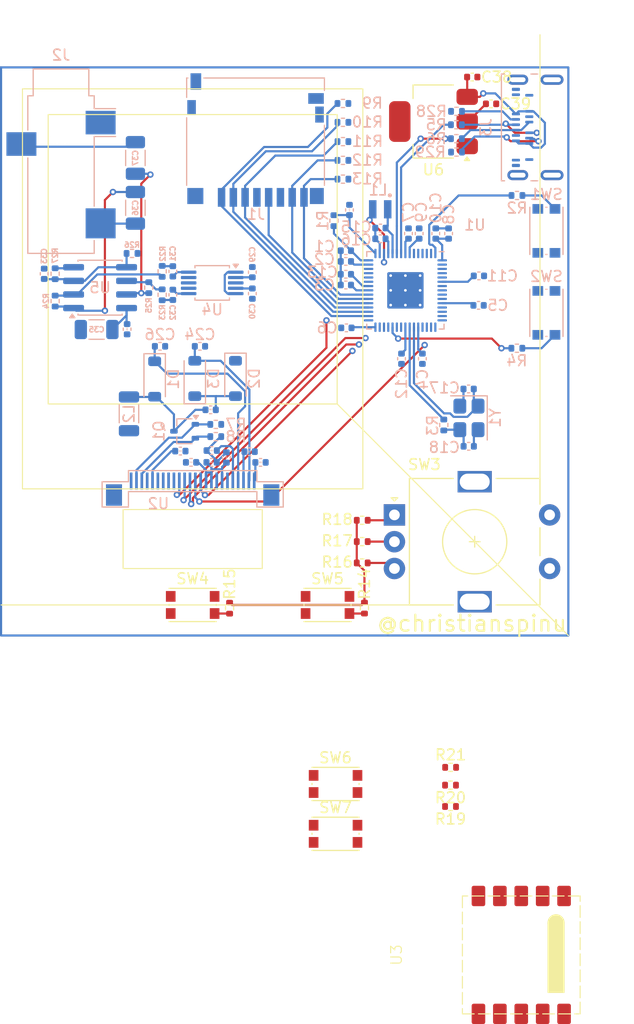
<source format=kicad_pcb>
(kicad_pcb (version 20241229) (generator "pcbnew") (generator_version "9.0")
  (layers (0 "F.Cu" signal) (2 "B.Cu" signal) (13 "F.Paste" user) (15 "B.Paste" user) (5 "F.SilkS" user "F.Silkscreen") (7 "B.SilkS" user "B.Silkscreen") (1 "F.Mask" user) (3 "B.Mask" user) (25 "Edge.Cuts" user))
  (net 0 "")
  (net 1 "+3.3V")
  (net 2 "GND")
  (net 3 "+1V1")
  (net 4 "Net-(U1-VREG_AVDD)")
  (net 5 "Net-(U1-XIN)")
  (net 6 "Net-(C18-Pad1)")
  (net 7 "Net-(U2-VSH2)")
  (net 8 "Net-(U2-VSH1)")
  (net 9 "Net-(U2-VSL)")
  (net 10 "/peripherals/VGL")
  (net 11 "/peripherals/VCOM")
  (net 12 "/peripherals/VGH")
  (net 13 "Net-(D1-A)")
  (net 14 "Net-(D2-A)")
  (net 15 "/peripherals/PI_LOUT")
  (net 16 "Net-(C29-Pad2)")
  (net 17 "/peripherals/PI_ROUT")
  (net 18 "Net-(C30-Pad2)")
  (net 19 "/peripherals/AMP_LIN")
  (net 20 "Net-(C31-Pad2)")
  (net 21 "/peripherals/AMP_RIN")
  (net 22 "Net-(C32-Pad2)")
  (net 23 "Net-(U5A-+)")
  (net 24 "Net-(C36-Pad1)")
  (net 25 "/peripherals/AMP_LOUT")
  (net 26 "Net-(C37-Pad1)")
  (net 27 "/peripherals/AMP_ROUT")
  (net 28 "/GP21")
  (net 29 "/GP20")
  (net 30 "/GP23")
  (net 31 "/GP25")
  (net 32 "/GP24")
  (net 33 "/GP22")
  (net 34 "+5V")
  (net 35 "/USB_D-")
  (net 36 "Net-(J3-CC2)")
  (net 37 "/USB_D+")
  (net 38 "Net-(J3-CC1)")
  (net 39 "Net-(U1-VREG_LX)")
  (net 40 "/peripherals/RESE")
  (net 41 "/peripherals/GDR")
  (net 42 "Net-(U1-QSPI_SS)")
  (net 43 "Net-(R2-Pad2)")
  (net 44 "Net-(U1-XOUT)")
  (net 45 "Net-(R4-Pad2)")
  (net 46 "Net-(U1-RUN)")
  (net 47 "Net-(U1-USB_DP)")
  (net 48 "Net-(U1-USB_DM)")
  (net 49 "/peripherals/SW4")
  (net 50 "/peripherals/SW3")
  (net 51 "/peripherals/RE_B")
  (net 52 "/peripherals/RE_C")
  (net 53 "/peripherals/RE_A")
  (net 54 "/peripherals/SW1")
  (net 55 "/peripherals/SW2")
  (net 56 "/peripherals/RE_SW")
  (net 57 "Net-(U5A--)")
  (net 58 "Net-(U5B--)")
  (net 94 "/peripherals/RES")
  (net 95 "/peripherals/BUSY")
  (net 96 "/peripherals/CS")
  (net 97 "/peripherals/CLK")
  (net 98 "/peripherals/SDI")
  (net 100 "/peripherals/D{slash}C")
  (net 101 "/peripherals/FM_LOUT")
  (net 103 "/peripherals/FM_ROUT")
  (net 104 "/peripherals/FM_SDA")
  (net 105 "/peripherals/FM_ANT")
  (net 106 "/peripherals/FM_SCL")
  (net 109 "/peripherals/AUDIO_SEL")
  (footprint "USER Library:RDA5807M module" (layer "F.Cu") (at 123.5 140.45 90)
    (property "Reference" "U3")
    (property "Value" "~")
  )
  (footprint "Capacitor_SMD:C_0402_1005Metric" (layer "F.Cu") (at 120.68 61.05)
    (property "Reference" "C39")
    (property "Value" "10u")
  )
  (footprint "Button_Switch_SMD:SW_Push_1P1T_NO_CK_KMR2" (layer "F.Cu") (at 106.15 124.5)
    (property "Reference" "SW6")
    (property "Value" "SW_Push")
  )
  (footprint "Button_Switch_SMD:SW_Push_1P1T_NO_CK_KMR2" (layer "F.Cu") (at 105.4 107.8)
    (property "Reference" "SW5")
    (property "Value" "SW_Push")
  )
  (footprint "Resistor_SMD:R_0402_1005Metric" (layer "F.Cu") (at 116.9 122.95)
    (property "Reference" "R21")
    (property "Value" "10k")
  )
  (footprint "Resistor_SMD:R_0402_1005Metric" (layer "F.Cu") (at 108.64 99.9 180)
    (property "Reference" "R18")
    (property "Value" "10k")
  )
  (footprint "Resistor_SMD:R_0402_1005Metric" (layer "F.Cu") (at 116.89 126.6 180)
    (property "Reference" "R19")
    (property "Value" "10k")
  )
  (footprint "Resistor_SMD:R_0402_1005Metric" (layer "F.Cu") (at 108.64 101.89 180)
    (property "Reference" "R17")
    (property "Value" "10k")
  )
  (footprint "Resistor_SMD:R_0402_1005Metric" (layer "F.Cu") (at 96.25 108.1 90)
    (property "Reference" "R15")
    (property "Value" "10k")
  )
  (footprint "Package_TO_SOT_SMD:SOT-223-3_TabPin2" (layer "F.Cu") (at 115.3 62.7 180)
    (property "Reference" "U6")
    (property "Value" "NCP1117-3.3_SOT223")
  )
  (footprint "Button_Switch_SMD:SW_Push_1P1T_NO_CK_KMR2" (layer "F.Cu") (at 92.8 107.8)
    (property "Reference" "SW4")
    (property "Value" "SW_Push")
  )
  (footprint "Resistor_SMD:R_0402_1005Metric" (layer "F.Cu") (at 108.64 103.88 180)
    (property "Reference" "R16")
    (property "Value" "10k")
  )
  (footprint "Rotary_Encoder:RotaryEncoder_Alps_EC11E-Switch_Vertical_H20mm" (layer "F.Cu") (at 111.65 99.4)
    (property "Reference" "SW3")
    (property "Value" "RotaryEncoder_Switch_MP")
  )
  (footprint "Resistor_SMD:R_0402_1005Metric" (layer "F.Cu") (at 108.85 108.09 90)
    (property "Reference" "R14")
    (property "Value" "10k")
  )
  (footprint "Capacitor_SMD:C_0402_1005Metric" (layer "F.Cu") (at 118.92 58.55)
    (property "Reference" "C38")
    (property "Value" "10u")
  )
  (footprint "Button_Switch_SMD:SW_Push_1P1T_NO_CK_KMR2" (layer "F.Cu") (at 106.15 129.15)
    (property "Reference" "SW7")
    (property "Value" "SW_Push")
  )
  (footprint "Resistor_SMD:R_0402_1005Metric" (layer "F.Cu") (at 116.89 124.61 180)
    (property "Reference" "R20")
    (property "Value" "10k")
  )
  (footprint "Resistor_SMD:R_0402_1005Metric" (layer "B.Cu") (at 116.2625 91.01 -90)
    (property "Reference" "R3")
    (property "Value" "1k")
  )
  (footprint "Capacitor_SMD:C_0402_1005Metric" (layer "B.Cu") (at 107.1125 76.95 180)
    (property "Reference" "C13")
    (property "Value" "100n")
  )
  (footprint "Capacitor_SMD:C_0402_1005Metric" (layer "B.Cu") (at 98.375 76.755 -90)
    (property "Reference" "C29")
    (property "Value" "1u")
  )
  (footprint "Resistor_SMD:R_0402_1005Metric" (layer "B.Cu") (at 94.96 92.095)
    (property "Reference" "R8")
    (property "Value" "3")
  )
  (footprint "RP2350_60QFN_minimal:RP2350-QFN-60-1EP_7x7_P0.4mm_EP3.4x3.4mm_ThermalVias" (layer "B.Cu") (at 112.675 78.45 180)
    (property "Reference" "U1")
    (property "Value" "RP2350_60QFN")
  )
  (footprint "Connector_USB:USB_C_Receptacle_Amphenol_124019772112A" (layer "B.Cu") (at 126.2 63.25 -90)
    (property "Reference" "J3")
    (property "Value" "USB_C_Receptacle_USB2.0_14P")
  )
  (footprint "Resistor_SMD:R_0402_1005Metric" (layer "B.Cu") (at 79.95 79.45 -90)
    (property "Reference" "R24")
    (property "Value" "3.9k")
  )
  (footprint "Capacitor_SMD:C_0402_1005Metric" (layer "B.Cu") (at 86.675 82.075 -90)
    (property "Reference" "C34")
    (property "Value" "0.1u")
  )
  (footprint "Resistor_SMD:R_0402_1005Metric" (layer "B.Cu") (at 106.84 66.325)
    (property "Reference" "R12")
    (property "Value" "10k")
  )
  (footprint "Resistor_SMD:R_0402_1005Metric" (layer "B.Cu") (at 106.84 62.775)
    (property "Reference" "R10")
    (property "Value" "10k")
  )
  (footprint "Capacitor_SMD:C_0402_1005Metric" (layer "B.Cu") (at 94.48 89.595 180)
    (property "Reference" "C28")
    (property "Value" "4.7u")
  )
  (footprint "Capacitor_SMD:C_0402_1005Metric" (layer "B.Cu") (at 91.65 93.445)
    (property "Reference" "C19")
    (property "Value" "1u")
  )
  (footprint "Resistor_SMD:R_0402_1005Metric" (layer "B.Cu") (at 117.45 61.75 180)
    (property "Reference" "R28")
    (property "Value" "5k1")
  )
  (footprint "Capacitor_SMD:C_1206_3216Metric" (layer "B.Cu") (at 87.45 70.75 -90)
    (property "Reference" "C36")
    (property "Value" "100u")
  )
  (footprint "RP2350_60QFN_minimal:L_pol_2016" (layer "B.Cu") (at 110.3225 70.8875 180)
    (property "Reference" "L1")
    (property "Value" "3.3u")
  )
  (footprint "Resistor_SMD:R_0402_1005Metric" (layer "B.Cu") (at 106.84 68.075)
    (property "Reference" "R13")
    (property "Value" "10k")
  )
  (footprint "Capacitor_SMD:C_1206_3216Metric" (layer "B.Cu") (at 87.45 66.1 90)
    (property "Reference" "C37")
    (property "Value" "100u")
  )
  (footprint "Capacitor_SMD:C_0402_1005Metric" (layer "B.Cu") (at 107.45 70.95 90)
    (property "Reference" "C14")
    (property "Value" "4.7u")
  )
  (footprint "Resistor_SMD:R_0402_1005Metric" (layer "B.Cu") (at 89.949 76.677824 90)
    (property "Reference" "R22")
    (property "Value" "3.9k")
  )
  (footprint "Capacitor_SMD:C_0402_1005Metric" (layer "B.Cu") (at 94.57 94.495)
    (property "Reference" "C20")
    (property "Value" "1u")
  )
  (footprint "Resistor_SMD:R_0402_1005Metric" (layer "B.Cu") (at 94.96 90.955)
    (property "Reference" "R7")
    (property "Value" "10k")
  )
  (footprint "Capacitor_SMD:C_0402_1005Metric" (layer "B.Cu") (at 112.3125 84.83 -90)
    (property "Reference" "C12")
    (property "Value" "4.7u")
  )
  (footprint "Resistor_SMD:R_0402_1005Metric" (layer "B.Cu") (at 117.44 64.3)
    (property "Reference" "R6")
    (property "Value" "27")
  )
  (footprint "Capacitor_SMD:C_0402_1005Metric" (layer "B.Cu") (at 78.925 76.905 90)
    (property "Reference" "C33")
    (property "Value" "22u")
  )
  (footprint "Package_SO:VSSOP-10_3x3mm_P0.5mm" (layer "B.Cu") (at 94.625 77.755 180)
    (property "Reference" "U4")
    (property "Value" "TS5A23159DGS")
  )
  (footprint "Capacitor_SMD:C_0402_1005Metric" (layer "B.Cu") (at 110.3425 72.6375 180)
    (property "Reference" "C15")
    (property "Value" "4.7u")
  )
  (footprint "Resistor_SMD:R_0402_1005Metric" (layer "B.Cu") (at 123.1 69.6)
    (property "Reference" "R2")
    (property "Value" "1k")
  )
  (footprint "Capacitor_SMD:C_0402_1005Metric" (layer "B.Cu") (at 107.1125 74.75 180)
    (property "Reference" "C1")
    (property "Value" "100n")
  )
  (footprint "Capacitor_SMD:C_0402_1005Metric" (layer "B.Cu") (at 119.5425 77.1)
    (property "Reference" "C11")
    (property "Value" "100n")
  )
  (footprint "Resistor_SMD:R_0402_1005Metric" (layer "B.Cu") (at 88.7 78.2 -90)
    (property "Reference" "R25")
    (property "Value" "3.9k")
  )
  (footprint "Resistor_SMD:R_0402_1005Metric" (layer "B.Cu") (at 87.135 75.005 180)
    (property "Reference" "R26")
    (property "Value" "10k")
  )
  (footprint "Capacitor_SMD:C_0402_1005Metric" (layer "B.Cu") (at 107.1625 81.95 180)
    (property "Reference" "C6")
    (property "Value" "100n")
  )
  (footprint "Diode_SMD:D_SOD-123" (layer "B.Cu") (at 89.25 86.72 -90)
    (property "Reference" "D1")
    (property "Value" "MBR0530")
  )
  (footprint "Resistor_SMD:R_0402_1005Metric" (layer "B.Cu") (at 89.949 78.867824 90)
    (property "Reference" "R23")
    (property "Value" "3.9k")
  )
  (footprint "Package_TO_SOT_SMD:SOT-323_SC-70" (layer "B.Cu") (at 92.05 91.595 180)
    (property "Reference" "Q1")
    (property "Value" "Si1308EDL")
  )
  (footprint "Capacitor_SMD:C_0402_1005Metric" (layer "B.Cu") (at 94.58 93.395 180)
    (property "Reference" "C22")
    (property "Value" "1u")
  )
  (footprint "Button_Switch_SMD:SW_Push_1P1T_NO_CK_KMR2" (layer "B.Cu") (at 125.85 80.55 -90)
    (property "Reference" "SW2")
    (property "Value" "SW_Push")
  )
  (footprint "Capacitor_SMD:C_0402_1005Metric" (layer "B.Cu") (at 93.48 83.67)
    (property "Reference" "C24")
    (property "Value" "1u")
  )
  (footprint "Capacitor_SMD:C_0402_1005Metric" (layer "B.Cu") (at 99.14 94.5)
    (property "Reference" "C25")
    (property "Value" "1u")
  )
  (footprint "Package_SO:SOIC-8_3.9x4.9mm_P1.27mm" (layer "B.Cu") (at 84.15 78.2)
    (property "Reference" "U5")
    (property "Value" "TDA1308")
  )
  (footprint "Capacitor_SMD:C_0402_1005Metric" (layer "B.Cu") (at 112.9625 73.15 90)
    (property "Reference" "C7")
    (property "Value" "100n")
  )
  (footprint "Resistor_SMD:R_0402_1005Metric" (layer "B.Cu") (at 117.44 63)
    (property "Reference" "R5")
    (property "Value" "27")
  )
  (footprint "Capacitor_SMD:C_0402_1005Metric" (layer "B.Cu") (at 118.5925 93)
    (property "Reference" "C18")
    (property "Value" "15p")
  )
  (footprint "Capacitor_SMD:C_0402_1005Metric" (layer "B.Cu") (at 90.949 76.677824 90)
    (property "Reference" "C31")
    (property "Value" "1u")
  )
  (footprint "Capacitor_SMD:C_0402_1005Metric" (layer "B.Cu") (at 114.2625 84.83 -90)
    (property "Reference" "C4")
    (property "Value" "100n")
  )
  (footprint "Capacitor_SMD:C_0402_1005Metric" (layer "B.Cu") (at 113.9625 73.15 90)
    (property "Reference" "C9")
    (property "Value" "100n")
  )
  (footprint "Diode_SMD:D_SOD-123" (layer "B.Cu") (at 96.8 86.67 -90)
    (property "Reference" "D2")
    (property "Value" "MBR0530")
  )
  (footprint "Capacitor_SMD:C_0402_1005Metric" (layer "B.Cu") (at 116.7125 73.15 90)
    (property "Reference" "C8")
    (property "Value" "100n")
  )
  (footprint "Diode_SMD:D_SOD-123" (layer "B.Cu") (at 93 86.67 90)
    (property "Reference" "D3")
    (property "Value" "MBR0530")
  )
  (footprint "Capacitor_SMD:C_0402_1005Metric" (layer "B.Cu") (at 119.5125 79.85)
    (property "Reference" "C5")
    (property "Value" "100n")
  )
  (footprint "Capacitor_SMD:C_0402_1005Metric" (layer "B.Cu") (at 89.75 83.67)
    (property "Reference" "C26")
    (property "Value" "1u")
  )
  (footprint "Capacitor_SMD:C_0402_1005Metric" (layer "B.Cu") (at 90.949 78.867824 -90)
    (property "Reference" "C32")
    (property "Value" "1u")
  )
  (footprint "Resistor_SMD:R_0402_1005Metric" (layer "B.Cu") (at 106.84 61.015)
    (property "Reference" "R9")
    (property "Value" "10k")
  )
  (footprint "Crystal:Crystal_SMD_Abracon_ABM8G-4Pin_3.2x2.5mm" (layer "B.Cu") (at 118.6125 90.35 -90)
    (property "Reference" "Y1")
    (property "Value" "Crystal_GND24")
  )
  (footprint "Resistor_SMD:R_0402_1005Metric" (layer "B.Cu") (at 106 71.95 90)
    (property "Reference" "R1")
    (property "Value" "33")
  )
  (footprint "Capacitor_SMD:C_1206_3216Metric" (layer "B.Cu") (at 83.825 82.105 180)
    (property "Reference" "C35")
    (property "Value" "100u")
  )
  (footprint "Resistor_SMD:R_0402_1005Metric" (layer "B.Cu") (at 117.45 65.55 180)
    (property "Reference" "R29")
    (property "Value" "5k1")
  )
  (footprint "Connector_Audio:Jack_3.5mm_CUI_SJ-3523-SMT_Horizontal" (layer "B.Cu") (at 80.5 66.4 180)
    (property "Reference" "J2")
    (property "Value" "AudioJack3")
  )
  (footprint "Button_Switch_SMD:SW_Push_1P1T_NO_CK_KMR2" (layer "B.Cu") (at 125.85 72.9 -90)
    (property "Reference" "SW1")
    (property "Value" "SW_Push")
  )
  (footprint "USER Library:FPC_24_TOP_CONTACTS" (layer "B.Cu") (at 92.8 96.245 180)
    (property "Reference" "U2")
    (property "Value" "~")
  )
  (footprint "Capacitor_SMD:C_0402_1005Metric" (layer "B.Cu") (at 110.3425 73.6375 180)
    (property "Reference" "C16")
    (property "Value" "4.7u")
  )
  (footprint "Capacitor_SMD:C_0402_1005Metric" (layer "B.Cu") (at 92.65 94.495 180)
    (property "Reference" "C27")
    (property "Value" "4.7u")
  )
  (footprint "Resistor_SMD:R_0402_1005Metric" (layer "B.Cu") (at 79.95 76.9 90)
    (property "Reference" "R27")
    (property "Value" "10k")
  )
  (footprint "Capacitor_SMD:C_0402_1005Metric" (layer "B.Cu") (at 107.1125 75.75 180)
    (property "Reference" "C2")
    (property "Value" "100n")
  )
  (footprint "Capacitor_SMD:C_0402_1005Metric" (layer "B.Cu") (at 118.5825 87.65 180)
    (property "Reference" "C17")
    (property "Value" "15p")
  )
  (footprint "Connector_Card:microSD_HC_Hirose_DM3D-SF" (layer "B.Cu") (at 98.675 64.425 180)
    (property "Reference" "J1")
    (property "Value" "Micro_SD_Card")
  )
  (footprint "Capacitor_SMD:C_0402_1005Metric" (layer "B.Cu") (at 107.1125 77.95 180)
    (property "Reference" "C3")
    (property "Value" "100n")
  )
  (footprint "Capacitor_SMD:C_0402_1005Metric" (layer "B.Cu") (at 115.5125 73.15 90)
    (property "Reference" "C10")
    (property "Value" "100n")
  )
  (footprint "Resistor_SMD:R_0402_1005Metric" (layer "B.Cu") (at 123.09 83.85)
    (property "Reference" "R4")
    (property "Value" "1k")
  )
  (footprint "Inductor_SMD:L_1206_3216Metric" (layer "B.Cu") (at 86.85 89.97 90)
    (property "Reference" "L2")
    (property "Value" "10u")
  )
  (footprint "Capacitor_SMD:C_0402_1005Metric" (layer "B.Cu") (at 98.12 93.5)
    (property "Reference" "C23")
    (property "Value" "1u")
  )
  (footprint "Capacitor_SMD:C_0402_1005Metric" (layer "B.Cu") (at 98.375 78.755 90)
    (property "Reference" "C30")
    (property "Value" "1u")
  )
  (footprint "Capacitor_SMD:C_0402_1005Metric" (layer "B.Cu") (at 95.95 94.045 90)
    (property "Reference" "C21")
    (property "Value" "1u")
  )
  (footprint "Resistor_SMD:R_0402_1005Metric" (layer "B.Cu") (at 106.84 64.575)
    (property "Reference" "R11")
    (property "Value" "10k")
  )
  (gr_rect (start 74.9 57.65) (end 127.9 110.65) (stroke (width 0.2)) (fill no) (layer "B.Cu") (net 46))
  (gr_line (start 125.25 96) (end 125.25 54.6) (stroke (width 0.1)) (layer "F.SilkS"))
  (gr_rect (start 86.3 98.9) (end 99.3 104.4) (stroke (width 0.1)) (fill no) (layer "F.SilkS"))
  (gr_line (start 113.05 107.8) (end 74.9 107.8) (stroke (width 0.1)) (layer "F.SilkS"))
  (gr_rect (start 79.3 62.05) (end 106.3 89.05) (stroke (width 0.1)) (fill no) (layer "F.SilkS"))
  (gr_rect (start 76.9 59.65) (end 108.7 96.97) (stroke (width 0.1)) (fill no) (layer "F.SilkS"))
  (gr_line (start 106.3 89.05) (end 127.9 110.65) (stroke (width 0.1)) (layer "F.SilkS"))
  (gr_text "@christianspinu" (at 109.9 110.4 0) (layer "F.SilkS") (effects (font (size 1.5 1.5) (thickness 0.2)) (justify left bottom)))
  (segment (start 108.63 107.8) (end 108.85 107.58) (width 0.2) (layer "F.Cu") (net 1))
  (segment (start 108.85 104.6) (end 108.13 103.88) (width 0.2) (layer "F.Cu") (net 1))
  (segment (start 118.45 62.7) (end 118.55 62.7) (width 0.2) (layer "F.Cu") (net 1))
  (segment (start 108.13 103.88) (end 108.13 101.89) (width 0.2) (layer "F.Cu") (net 1))
  (segment (start 96.46 107.8) (end 108.63 107.8) (width 0.2) (layer "F.Cu") (net 1))
  (segment (start 118.55 62.7) (end 120.2 61.05) (width 0.2) (layer "F.Cu") (net 1))
  (segment (start 96.25 107.59) (end 96.46 107.8) (width 0.2) (layer "F.Cu") (net 1))
  (segment (start 108.13 101.89) (end 108.13 99.9) (width 0.2) (layer "F.Cu") (net 1))
  (segment (start 108.85 107.58) (end 108.85 104.6) (width 0.2) (layer "F.Cu") (net 1))
  (segment (start 86.625 80.78) (end 86.625 80.105) (width 0.2) (layer "B.Cu") (net 1))
  (segment (start 115.5125 73.65) (end 115.5125 73.63) (width 0.2) (layer "B.Cu") (net 1))
  (segment (start 95.55 95.17) (end 95.55 94.925) (width 0.2) (layer "B.Cu") (net 1))
  (segment (start 111.075 75.0125) (end 111.075 73.89) (width 0.2) (layer "B.Cu") (net 1))
  (segment (start 94.05 94.535) (end 94.09 94.495) (width 0.2) (layer "B.Cu") (net 1))
  (segment (start 118.8325 79.65) (end 116.1125 79.65) (width 0.2) (layer "B.Cu") (net 1))
  (segment (start 85.3 82.105) (end 86.625 80.78) (width 0.2) (layer "B.Cu") (net 1))
  (segment (start 93.327 94.495) (end 93.13 94.495) (width 0.2) (layer "B.Cu") (net 1))
  (segment (start 95.55 96.245) (end 95.55 95.17) (width 0.2) (layer "B.Cu") (net 1))
  (segment (start 112.675 75.0125) (end 112.675 73.9175) (width 0.2) (layer "B.Cu") (net 1))
  (segment (start 109.2375 76.05) (end 107.8925 76.05) (width 0.2) (layer "B.Cu") (net 1))
  (segment (start 94.05 95.218) (end 93.327 94.495) (width 0.2) (layer "B.Cu") (net 1))
  (segment (start 95.55 94.925) (end 95.95 94.525) (width 0.2) (layer "B.Cu") (net 1))
  (segment (start 112.675 73.9175) (end 112.9625 73.63) (width 0.2) (layer "B.Cu") (net 1))
  (segment (start 114.2625 84.35) (end 113.875 83.9625) (width 0.2) (layer "B.Cu") (net 1))
  (segment (start 94.05 96.245) (end 94.05 95.445) (width 0.2) (layer "B.Cu") (net 1))
  (segment (start 86.625 80.105) (end 86.625 81.545) (width 0.2) (layer "B.Cu") (net 1))
  (segment (start 94.05 95.445) (end 94.55 95.445) (width 0.2) (layer "B.Cu") (net 1))
  (segment (start 115.5125 73.63) (end 116.1125 74.23) (width 0.2) (layer "B.Cu") (net 1))
  (segment (start 94.55 94.955) (end 94.09 94.495) (width 0.2) (layer "B.Cu") (net 1))
  (segment (start 94.05 95.445) (end 94.05 95.218) (width 0.2) (layer "B.Cu") (net 1))
  (segment (start 86.625 81.545) (end 86.675 81.595) (width 0.2) (layer "B.Cu") (net 1))
  (segment (start 94.55 95.17) (end 94.55 94.955) (width 0.2) (layer "B.Cu") (net 1))
  (segment (start 116.7125 73.63) (end 115.5125 73.63) (width 0.2) (layer "B.Cu") (net 1))
  (segment (start 95.55 95.17) (end 95.524 95.144) (width 0.2) (layer "B.Cu") (net 1))
  (segment (start 86.625 80.105) (end 86.625 80.155) (width 0.2) (layer "B.Cu") (net 1))
  (segment (start 94.576 95.144) (end 94.55 95.17) (width 0.2) (layer "B.Cu") (net 1))
  (segment (start 109.2375 78.45) (end 108.0925 78.45) (width 0.2) (layer "B.Cu") (net 1))
  (segment (start 109.875 81.8875) (end 107.705 81.8875) (width 0.2) (layer "B.Cu") (net 1))
  (segment (start 113.075 74.4375) (end 113.075 75.0125) (width 0.2) (layer "B.Cu") (net 1))
  (segment (start 107.705 81.8875) (end 107.6425 81.95) (width 0.2) (layer "B.Cu") (net 1))
  (segment (start 95.524 95.144) (end 94.576 95.144) (width 0.2) (layer "B.Cu") (net 1))
  (segment (start 106 73.1575) (end 107.5925 74.75) (width 0.2) (layer "B.Cu") (net 1))
  (segment (start 116.1125 74.23) (end 116.1125 75.65) (width 0.2) (layer "B.Cu") (net 1))
  (segment (start 113.875 83.9625) (end 113.875 81.8875) (width 0.2) (layer "B.Cu") (net 1))
  (segment (start 106 72.46) (end 106 73.1575) (width 0.2) (layer "B.Cu") (net 1))
  (segment (start 108.4925 75.65) (end 107.5925 74.75) (width 0.2) (layer "B.Cu") (net 1))
  (segment (start 113.9625 73.63) (end 113.8825 73.63) (width 0.2) (layer "B.Cu") (net 1))
  (segment (start 94.55 95.445) (end 94.55 95.17) (width 0.2) (layer "B.Cu") (net 1))
  (segment (start 113.8825 73.63) (end 113.075 74.4375) (width 0.2) (layer "B.Cu") (net 1))
  (segment (start 109.2375 75.65) (end 108.4925 75.65) (width 0.2) (layer "B.Cu") (net 1))
  (segment (start 111.075 73.89) (end 110.8225 73.6375) (width 0.2) (layer "B.Cu") (net 1))
  (segment (start 107.8925 76.05) (end 107.5925 75.75) (width 0.2) (layer "B.Cu") (net 1))
  (segment (start 108.0925 78.45) (end 107.5925 77.95) (width 0.2) (layer "B.Cu") (net 1))
  (segment (start 86.625 80.155) (end 86.6 80.18) (width 0.2) (layer "B.Cu") (net 1))
  (segment (start 119.0325 79.85) (end 118.8325 79.65) (width 0.2) (layer "B.Cu") (net 1))
  (segment (start 94.55 96.245) (end 94.55 95.445) (width 0.2) (layer "B.Cu") (net 1))
  (segment (start 119.0725 91.84) (end 119.4625 91.45) (width 0.2) (layer "B.Cu") (net 2))
  (segment (start 110.035 72.81) (end 109.8625 72.6375) (width 0.2) (layer "B.Cu") (net 2))
  (segment (start 119.0725 93) (end 119.0725 91.84) (width 0.2) (layer "B.Cu") (net 2))
  (segment (start 110.275 74.05) (end 109.8625 73.6375) (width 0.2) (layer "B.Cu") (net 2))
  (segment (start 106.6325 75.75) (end 106.6325 76.95) (width 0.2) (layer "B.Cu") (net 2))
  (segment (start 118.1025 87.65) (end 118.1025 88.91) (width 0.2) (layer "B.Cu") (net 2))
  (segment (start 106.6325 77.95) (end 106.6325 75.75) (width 0.2) (layer "B.Cu") (net 2))
  (segment (start 106.6325 77.95) (end 106.6325 76.95) (width 0.2) (layer "B.Cu") (net 2))
  (segment (start 119.4625 90.95) (end 119.4625 91.45) (width 0.2) (layer "B.Cu") (net 2))
  (segment (start 95.95 93.565) (end 95.05 94.465) (width 0.2) (layer "B.Cu") (net 2))
  (segment (start 94.1 93.395) (end 95.4 92.095) (width 0.2) (layer "B.Cu") (net 2))
  (segment (start 95.05 94.495) (end 95.05 94.345) (width 0.2) (layer "B.Cu") (net 2))
  (segment (start 118.1025 88.91) (end 117.7625 89.25) (width 0.2) (layer "B.Cu") (net 2))
  (segment (start 110.035 73.81) (end 109.8625 73.6375) (width 0.2) (layer "B.Cu") (net 2))
  (segment (start 95.05 94.465) (end 95.05 94.495) (width 0.2) (layer "B.Cu") (net 2))
  (segment (start 95.05 94.345) (end 94.1 93.395) (width 0.2) (layer "B.Cu") (net 2))
  (segment (start 79.95 76.39) (end 81.58 76.39) (width 0.2) (layer "B.Cu") (net 2))
  (segment (start 115.5125 72.67) (end 116.7125 72.67) (width 0.2) (layer "B.Cu") (net 2))
  (segment (start 110.275 75.0125) (end 110.275 74.05) (width 0.2) (layer "B.Cu") (net 2))
  (segment (start 81.58 76.39) (end 81.675 76.295) (width 0.2) (layer "B.Cu") (net 2))
  (segment (start 95.4 92.095) (end 95.47 92.095) (width 0.2) (layer "B.Cu") (net 2))
  (segment (start 109.8625 73.6375) (end 109.8625 72.6375) (width 0.2) (layer "B.Cu") (net 2))
  (segment (start 106.6325 75.75) (end 106.6325 74.75) (width 0.2) (layer "B.Cu") (net 2))
  (segment (start 108.6925 78.05) (end 107.5925 76.95) (width 0.2) (layer "B.Cu") (net 3))
  (segment (start 118.5125 77.65) (end 116.1125 77.65) (width 0.2) (layer "B.Cu") (net 3))
  (segment (start 119.0625 77.1) (end 118.5125 77.65) (width 0.2) (layer "B.Cu") (net 3))
  (segment (start 112.675 83.9875) (end 112.675 81.8875) (width 0.2) (layer "B.Cu") (net 3))
  (segment (start 111.0225 70.8875) (end 111.0225 72.4375) (width 0.2) (layer "B.Cu") (net 3))
  (segment (start 111.475 75.0125) (end 111.475 73.29) (width 0.2) (layer "B.Cu") (net 3))
  (segment (start 109.2375 78.05) (end 108.6925 78.05) (width 0.2) (layer "B.Cu") (net 3))
  (segment (start 112.3625 84.35) (end 112.1625 84.35) (width 0.2) (layer "B.Cu") (net 3))
  (segment (start 112.3125 84.35) (end 112.675 83.9875) (width 0.2) (layer "B.Cu") (net 3))
  (segment (start 111.0225 72.4375) (end 110.8225 72.6375) (width 0.2) (layer "B.Cu") (net 3))
  (segment (start 111.475 73.29) (end 110.8225 72.6375) (width 0.2) (layer "B.Cu") (net 3))
  (segment (start 109.875 75.0125) (end 107.45 72.5875) (width 0.2) (layer "B.Cu") (net 4))
  (segment (start 106.01 71.43) (end 106 71.44) (width 0.2) (layer "B.Cu") (net 4))
  (segment (start 107.45 72.5875) (end 107.45 71.43) (width 0.2) (layer "B.Cu") (net 4))
  (segment (start 107.45 71.43) (end 106.01 71.43) (width 0.2) (layer "B.Cu") (net 4))
  (segment (start 118.4615 90.251) (end 119.4625 89.25) (width 0.2) (layer "B.Cu") (net 5))
  (segment (start 116.85534 89.929) (end 117.17734 90.251) (width 0.2) (layer "B.Cu") (net 5))
  (segment (start 116.2915 89.929) (end 116.85534 89.929) (width 0.2) (layer "B.Cu") (net 5))
  (segment (start 119.0625 87.65) (end 119.0625 88.85) (width 0.2) (layer "B.Cu") (net 5))
  (segment (start 113.475 81.8875) (end 113.475 87.1125) (width 0.2) (layer "B.Cu") (net 5))
  (segment (start 119.0625 88.85) (end 119.4625 89.25) (width 0.2) (layer "B.Cu") (net 5))
  (segment (start 117.17734 90.251) (end 118.4615 90.251) (width 0.2) (layer "B.Cu") (net 5))
  (segment (start 113.475 87.1125) (end 116.2915 89.929) (width 0.2) (layer "B.Cu") (net 5))
  (segment (start 118.1125 93) (end 118.1125 91.8) (width 0.2) (layer "B.Cu") (net 6))
  (segment (start 118.1125 91.8) (end 117.7625 91.45) (width 0.2) (layer "B.Cu") (net 6))
  (segment (start 117.7125 91.5) (end 117.7625 91.45) (width 0.2) (layer "B.Cu") (net 6))
  (segment (start 117.7625 91.45) (end 116.3325 91.45) (width 0.2) (layer "B.Cu") (net 6))
  (segment (start 118.0625 93.05) (end 118.1125 93) (width 0.2) (layer "B.Cu") (net 6))
  (segment (start 116.3325 91.45) (end 116.2625 91.52) (width 0.2) (layer "B.Cu") (net 6))
  (segment (start 89.05 95.218) (end 90.823 93.445) (width 0.2) (layer "B.Cu") (net 7))
  (segment (start 90.823 93.445) (end 91.17 93.445) (width 0.2) (layer "B.Cu") (net 7))
  (segment (start 89.05 96.245) (end 89.05 95.218) (width 0.2) (layer "B.Cu") (net 7))
  (segment (start 96.561 93.23845) (end 96.561 96.234) (width 0.2) (layer "B.Cu") (net 8))
  (segment (start 96.30655 92.984) (end 96.561 93.23845) (width 0.2) (layer "B.Cu") (net 8))
  (segment (start 96.561 96.234) (end 96.55 96.245) (width 0.2) (layer "B.Cu") (net 8))
  (segment (start 95.471 92.984) (end 96.30655 92.984) (width 0.2) (layer "B.Cu") (net 8))
  (segment (start 95.06 93.395) (end 95.471 92.984) (width 0.2) (layer "B.Cu") (net 8))
  (segment (start 97.55 93.59) (end 97.64 93.5) (width 0.2) (layer "B.Cu") (net 9))
  (segment (start 97.55 96.245) (end 97.559265 96.235735) (width 0.2) (layer "B.Cu") (net 9))
  (segment (start 97.55 96.245) (end 97.55 93.59) (width 0.2) (layer "B.Cu") (net 9))
  (segment (start 95.41721 85.02) (end 93 85.02) (width 0.2) (layer "B.Cu") (net 10))
  (segment (start 98.102 87.70479) (end 95.41721 85.02) (width 0.2) (layer "B.Cu") (net 10))
  (segment (start 98.05 96.245) (end 98.102 96.193) (width 0.2) (layer "B.Cu") (net 10))
  (segment (start 98.102 96.193) (end 98.102 87.70479) (width 0.2) (layer "B.Cu") (net 10))
  (segment (start 93 85.02) (end 93 83.67) (width 0.2) (layer "B.Cu") (net 10))
  (segment (start 98.66 94.5) (end 98.66 96.135) (width 0.2) (layer "B.Cu") (net 11))
  (segment (start 98.66 96.135) (end 98.55 96.245) (width 0.2) (layer "B.Cu") (net 11))
  (segment (start 97.05 89.92011) (end 97.701 89.26911) (width 0.2) (layer "B.Cu") (net 12))
  (segment (start 97.05 96.245) (end 97.05 89.92011) (width 0.2) (layer "B.Cu") (net 12))
  (segment (start 89.25 83.69) (end 89.27 83.67) (width 0.2) (layer "B.Cu") (net 12))
  (segment (start 96.050323 86.220213) (end 90.400213 86.220213) (width 0.2) (layer "B.Cu") (net 12))
  (segment (start 90.400213 86.220213) (end 89.25 85.07) (width 0.2) (layer "B.Cu") (net 12))
  (segment (start 97.701 87.87089) (end 96.050323 86.220213) (width 0.2) (layer "B.Cu") (net 12))
  (segment (start 89.25 85.07) (end 89.25 83.69) (width 0.2) (layer "B.Cu") (net 12))
  (segment (start 97.701 89.26911) (end 97.701 87.87089) (width 0.2) (layer "B.Cu") (net 12))
  (segment (start 89.4 88.37) (end 89.25 88.37) (width 0.2) (layer "B.Cu") (net 13))
  (segment (start 86.85 88.395) (end 89.225 88.395) (width 0.2) (layer "B.Cu") (net 13))
  (segment (start 91.05 91.595) (end 91.05 90.02) (width 0.2) (layer "B.Cu") (net 13))
  (segment (start 94 89.595) (end 93.05 89.595) (width 0.2) (layer "B.Cu") (net 13))
  (segment (start 93.05 89.595) (end 91.05 91.595) (width 0.2) (layer "B.Cu") (net 13))
  (segment (start 91.05 90.02) (end 89.4 88.37) (width 0.2) (layer "B.Cu") (net 13))
  (segment (start 89.225 88.395) (end 89.25 88.37) (width 0.2) (layer "B.Cu") (net 13))
  (segment (start 94.96 89.595) (end 94.96 88.36) (width 0.2) (layer "B.Cu") (net 14))
  (segment (start 96.8 88.32) (end 95 88.32) (width 0.2) (layer "B.Cu") (net 14))
  (segment (start 94.96 88.36) (end 95 88.32) (width 0.2) (layer "B.Cu") (net 14))
  (segment (start 95 88.32) (end 93 88.32) (width 0.2) (layer "B.Cu") (net 14))
  (segment (start 96.845 77.235) (end 96.825 77.255) (width 0.2) (layer "B.Cu") (net 16))
  (segment (start 98.375 77.235) (end 96.845 77.235) (width 0.2) (layer "B.Cu") (net 16))
  (segment (start 96.845 78.275) (end 96.825 78.255) (width 0.2) (layer "B.Cu") (net 18))
  (segment (start 98.375 78.275) (end 96.845 78.275) (width 0.2) (layer "B.Cu") (net 18))
  (segment (start 92.425 76.755) (end 91.351824 76.755) (width 0.2) (layer "B.Cu") (net 19))
  (segment (start 91.351824 76.755) (end 90.949 77.157824) (width 0.2) (layer "B.Cu") (net 19))
  (segment (start 89.979 76.197824) (end 89.949 76.167824) (width 0.2) (layer "B.Cu") (net 20))
  (segment (start 90.949 76.197824) (end 89.979 76.197824) (width 0.2) (layer "B.Cu") (net 20))
  (segment (start 91.316176 78.755) (end 90.949 78.387824) (width 0.2) (layer "B.Cu") (net 21))
  (segment (start 92.425 78.755) (end 91.316176 78.755) (width 0.2) (layer "B.Cu") (net 21))
  (segment (start 89.979 79.347824) (end 89.949 79.377824) (width 0.2) (layer "B.Cu") (net 22))
  (segment (start 90.949 79.347824) (end 89.979 79.347824) (width 0.2) (layer "B.Cu") (net 22))
  (segment (start 86.625 76.295) (end 86.625 75.005) (width 0.2) (layer "B.Cu") (net 23))
  (segment (start 79.95 77.41) (end 81.52 77.41) (width 0.2) (layer "B.Cu") (net 23))
  (segment (start 81.675 77.565) (end 82.724868 77.565) (width 0.2) (layer "B.Cu") (net 23))
  (segment (start 81.52 77.41) (end 81.675 77.565) (width 0.2) (layer "B.Cu") (net 23))
  (segment (start 79.95 77.41) (end 78.95 77.41) (width 0.2) (layer "B.Cu") (net 23))
  (segment (start 82.724868 77.565) (end 83.994868 76.295) (width 0.2) (layer "B.Cu") (net 23))
  (segment (start 78.95 77.41) (end 78.925 77.385) (width 0.2) (layer "B.Cu") (net 23))
  (segment (start 83.994868 76.295) (end 86.625 76.295) (width 0.2) (layer "B.Cu") (net 23))
  (segment (start 85.35 69.275) (end 84.6 70.025) (width 0.2) (layer "F.Cu") (net 24))
  (segment (start 84.6 70.025) (end 84.6 80.35) (width 0.2) (layer "F.Cu") (net 24))
  (via (at 84.6 80.35) (size 0.6) (drill 0.3) (layers "F.Cu" "B.Cu") (net 24))
  (via (at 85.35 69.275) (size 0.6) (drill 0.3) (layers "F.Cu" "B.Cu") (net 24))
  (segment (start 84.6 80.35) (end 81.92 80.35) (width 0.2) (layer "B.Cu") (net 24))
  (segment (start 81.53 79.96) (end 81.675 80.105) (width 0.2) (layer "B.Cu") (net 24))
  (segment (start 81.92 80.35) (end 81.675 80.105) (width 0.2) (layer "B.Cu") (net 24))
  (segment (start 79.95 79.96) (end 81.53 79.96) (width 0.2) (layer "B.Cu") (net 24))
  (segment (start 81.675 80.105) (end 81.675 80.205) (width 0.2) (layer "B.Cu") (net 24))
  (segment (start 85.35 69.275) (end 87.45 69.275) (width 0.2) (layer "B.Cu") (net 24))
  (segment (start 84.225 72.225) (end 84.2 72.2) (width 0.2) (layer "B.Cu") (net 25))
  (segment (start 87.45 72.225) (end 84.225 72.225) (width 0.2) (layer "B.Cu") (net 25))
  (segment (start 88 68.5) (end 88 78.71) (width 0.2) (layer "F.Cu") (net 26))
  (segment (start 88.85 67.65) (end 88 68.5) (width 0.2) (layer "F.Cu") (net 26))
  (via (at 88.85 67.65) (size 0.6) (drill 0.3) (layers "F.Cu" "B.Cu") (net 26))
  (via (at 88 78.71) (size 0.6) (drill 0.3) (layers "F.Cu" "B.Cu") (net 26))
  (segment (start 88.7 78.71) (end 88 78.71) (width 0.2) (layer "B.Cu") (net 26))
  (segment (start 87.45 67.575) (end 88.775 67.575) (width 0.2) (layer "B.Cu") (net 26))
  (segment (start 88.775 67.575) (end 88.85 67.65) (width 0.2) (layer "B.Cu") (net 26))
  (segment (start 88 78.71) (end 86.75 78.71) (width 0.2) (layer "B.Cu") (net 26))
  (segment (start 88.77 78.78) (end 88.7 78.71) (width 0.2) (layer "B.Cu") (net 26))
  (segment (start 86.75 78.71) (end 86.625 78.835) (width 0.2) (layer "B.Cu") (net 26))
  (segment (start 87.024 65.051) (end 77.051 65.051) (width 0.2) (layer "B.Cu") (net 27))
  (segment (start 77.051 65.051) (end 76.8 64.8) (width 0.2) (layer "B.Cu") (net 27))
  (segment (start 87.45 64.625) (end 87.024 65.051) (width 0.2) (layer "B.Cu") (net 27))
  (segment (start 96.6 71.12345) (end 105.92655 80.45) (width 0.2) (layer "B.Cu") (net 28))
  (segment (start 99.6391 65.476) (end 96.6 68.5151) (width 0.2) (layer "B.Cu") (net 28))
  (segment (start 103.948999 65.476) (end 99.6391 65.476) (width 0.2) (layer "B.Cu") (net 28))
  (segment (start 106.33 62.775) (end 106.33 63.094999) (width 0.2) (layer "B.Cu") (net 28))
  (segment (start 106.33 63.094999) (end 103.948999 65.476) (width 0.2) (layer "B.Cu") (net 28))
  (segment (start 105.92655 80.45) (end 109.2375 80.45) (width 0.2) (layer "B.Cu") (net 28))
  (segment (start 96.6 69.775) (end 96.6 71.12345) (width 0.2) (layer "B.Cu") (net 28))
  (segment (start 96.6 68.5151) (end 96.6 69.775) (width 0.2) (layer "B.Cu") (net 28))
  (segment (start 103.567836 65.075) (end 99.473 65.075) (width 0.2) (layer "B.Cu") (net 29))
  (segment (start 105.75945 80.85) (end 109.2375 80.85) (width 0.2) (layer "B.Cu") (net 29))
  (segment (start 105.383999 63.258837) (end 103.567836 65.075) (width 0.2) (layer "B.Cu") (net 29))
  (segment (start 95.5 69.775) (end 95.5 70.59055) (width 0.2) (layer "B.Cu") (net 29))
  (segment (start 95.5 70.59055) (end 105.75945 80.85) (width 0.2) (layer "B.Cu") (net 29))
  (segment (start 99.473 65.075) (end 95.5 69.048) (width 0.2) (layer "B.Cu") (net 29))
  (segment (start 95.5 69.048) (end 95.5 69.775) (width 0.2) (layer "B.Cu") (net 29))
  (segment (start 105.383999 61.961001) (end 105.383999 63.258837) (width 0.2) (layer "B.Cu") (net 29))
  (segment (start 106.33 61.015) (end 105.383999 61.961001) (width 0.2) (layer "B.Cu") (net 29))
  (segment (start 99.9 69.775) (end 99.9 73.28925) (width 0.2) (layer "B.Cu") (net 30))
  (segment (start 106.26075 79.65) (end 109.2375 79.65) (width 0.2) (layer "B.Cu") (net 30))
  (segment (start 99.9 73.28925) (end 106.26075 79.65) (width 0.2) (layer "B.Cu") (net 30))
  (segment (start 109.2375 78.85) (end 106.59495 78.85) (width 0.2) (layer "B.Cu") (net 31))
  (segment (start 103.2 68.7) (end 103.825 68.075) (width 0.2) (layer "B.Cu") (net 31))
  (segment (start 103.2 69.775) (end 103.2 68.7) (width 0.2) (layer "B.Cu") (net 31))
  (segment (start 106.59495 78.85) (end 103.2 75.45505) (width 0.2) (layer "B.Cu") (net 31))
  (segment (start 103.825 68.075) (end 106.33 68.075) (width 0.2) (layer "B.Cu") (net 31))
  (segment (start 103.2 75.45505) (end 103.2 69.775) (width 0.2) (layer "B.Cu") (net 31))
  (segment (start 102.1 69.775) (end 102.1 74.92215) (width 0.2) (layer "B.Cu") (net 32))
  (segment (start 102.1 69.775) (end 102.1 68.7) (width 0.2) (layer "B.Cu") (net 32))
  (segment (start 102.1 74.92215) (end 106.42785 79.25) (width 0.2) (layer "B.Cu") (net 32))
  (segment (start 106.42785 79.25) (end 109.2375 79.25) (width 0.2) (layer "B.Cu") (net 32))
  (segment (start 102.1 68.7) (end 104.475 66.325) (width 0.2) (layer "B.Cu") (net 32))
  (segment (start 104.475 66.325) (end 106.33 66.325) (width 0.2) (layer "B.Cu") (net 32))
  (segment (start 106.33 64.575) (end 105.028 65.877) (width 0.2) (layer "B.Cu") (net 33))
  (segment (start 97.7 69.775) (end 97.7 71.65635) (width 0.2) (layer "B.Cu") (net 33))
  (segment (start 105.028 65.877) (end 100.523 65.877) (width 0.2) (layer "B.Cu") (net 33))
  (segment (start 97.7 68.7) (end 97.7 69.775) (width 0.2) (layer "B.Cu") (net 33))
  (segment (start 106.09365 80.05) (end 109.2375 80.05) (width 0.2) (layer "B.Cu") (net 33))
  (segment (start 100.523 65.877) (end 97.7 68.7) (width 0.2) (layer "B.Cu") (net 33))
  (segment (start 97.7 71.65635) (end 106.09365 80.05) (width 0.2) (layer "B.Cu") (net 33))
  (segment (start 118.45 58.56) (end 118.44 58.55) (width 0.2) (layer "F.Cu") (net 34))
  (segment (start 118.45 60.4) (end 119.625937 60.4) (width 0.2) (layer "F.Cu") (net 34))
  (segment (start 119.625937 60.4) (end 119.95 60.075937) (width 0.2) (layer "F.Cu") (net 34))
  (segment (start 118.45 60.4) (end 118.45 58.56) (width 0.2) (layer "F.Cu") (net 34))
  (via (at 119.95 60.075937) (size 0.6) (drill 0.3) (layers "F.Cu" "B.Cu") (net 34))
  (segment (start 123.25 64.75) (end 123 64.5) (width 0.2) (layer "B.Cu") (net 34))
  (segment (start 123.25 61.75) (end 123 62) (width 0.2) (layer "B.Cu") (net 34))
  (segment (start 124.640798 61.75) (end 124.25 61.75) (width 0.2) (layer "B.Cu") (net 34))
  (segment (start 124.635911 65.135911) (end 125.3536 65.135911) (width 0.2) (layer "B.Cu") (net 34))
  (segment (start 124.25 64.75) (end 124.635911 65.135911) (width 0.2) (layer "B.Cu") (net 34))
  (segment (start 125.705657 62.814859) (end 124.640798 61.75) (width 0.2) (layer "B.Cu") (net 34))
  (segment (start 123 62) (end 121.075937 60.075937) (width 0.2) (layer "B.Cu") (net 34))
  (segment (start 124.25 64.75) (end 123.25 64.75) (width 0.2) (layer "B.Cu") (net 34))
  (segment (start 124.25 61.75) (end 123.25 61.75) (width 0.2) (layer "B.Cu") (net 34))
  (segment (start 125.705657 64.783854) (end 125.705657 62.814859) (width 0.2) (layer "B.Cu") (net 34))
  (segment (start 121.075937 60.075937) (end 119.95 60.075937) (width 0.2) (layer "B.Cu") (net 34))
  (segment (start 125.3536 65.135911) (end 125.705657 64.783854) (width 0.2) (layer "B.Cu") (net 34))
  (segment (start 117.95 64.3) (end 118.75 63.5) (width 0.2) (layer "B.Cu") (net 35))
  (segment (start 118.75 63.5) (end 123 63.5) (width 0.2) (layer "B.Cu") (net 35))
  (segment (start 124.25 62.75) (end 123.5 63.5) (width 0.2) (layer "B.Cu") (net 35))
  (segment (start 123.5 63.5) (end 123 63.5) (width 0.2) (layer "B.Cu") (net 35))
  (segment (start 122.492524 64.534911) (end 122.137288 64.179675) (width 0.2) (layer "F.Cu") (net 36))
  (segment (start 125.104657 64.534911) (end 122.492524 64.534911) (width 0.2) (layer "F.Cu") (net 36))
  (via (at 122.137288 64.179675) (size 0.6) (drill 0.3) (layers "F.Cu" "B.Cu") (net 36))
  (via (at 125.104657 64.534911) (size 0.6) (drill 0.3) (layers "F.Cu" "B.Cu") (net 36))
  (segment (start 122.057613 64.1) (end 122.137288 64.179675) (width 0.2) (layer "B.Cu") (net 36))
  (segment (start 119.15 64.1) (end 122.057613 64.1) (width 0.2) (layer "B.Cu") (net 36))
  (segment (start 124.925709 64.534911) (end 125.104657 64.534911) (width 0.2) (layer "B.Cu") (net 36))
  (segment (start 124.714798 64.324) (end 124.925709 64.534911) (width 0.2) (layer "B.Cu") (net 36))
  (segment (start 117.96 65.29) (end 119.15 64.1) (width 0.2) (layer "B.Cu") (net 36))
  (segment (start 124.25 64.25) (end 124.324 64.324) (width 0.2) (layer "B.Cu") (net 36))
  (segment (start 117.96 65.55) (end 117.96 65.29) (width 0.2) (layer "B.Cu") (net 36))
  (segment (start 124.324 64.324) (end 124.714798 64.324) (width 0.2) (layer "B.Cu") (net 36))
  (segment (start 122.9 63.75) (end 124.95 63.75) (width 0.2) (layer "F.Cu") (net 37))
  (segment (start 122.05 62.9) (end 122.9 63.75) (width 0.2) (layer "F.Cu") (net 37))
  (via (at 122.05 62.9) (size 0.6) (drill 0.3) (layers "F.Cu" "B.Cu") (net 37))
  (via (at 124.95 63.75) (size 0.6) (drill 0.3) (layers "F.Cu" "B.Cu") (net 37))
  (segment (start 122.25 62.9) (end 122.35 63) (width 0.2) (layer "B.Cu") (net 37))
  (segment (start 121.95 63) (end 117.95 63) (width 0.2) (layer "B.Cu") (net 37))
  (segment (start 122.05 62.9) (end 122.25 62.9) (width 0.2) (layer "B.Cu") (net 37))
  (segment (start 122.05 62.9) (end 121.95 63) (width 0.2) (layer "B.Cu") (net 37))
  (segment (start 122.35 63) (end 123 63) (width 0.2) (layer "B.Cu") (net 37))
  (segment (start 124.25 63.75) (end 124.95 63.75) (width 0.2) (layer "B.Cu") (net 37))
  (segment (start 122.499943 62.5) (end 121.749943 61.75) (width 0.2) (layer "B.Cu") (net 38))
  (segment (start 123 62.5) (end 122.499943 62.5) (width 0.2) (layer "B.Cu") (net 38))
  (segment (start 121.749943 61.75) (end 117.96 61.75) (width 0.2) (layer "B.Cu") (net 38))
  (segment (start 110.680319 73.245319) (end 109.3225 71.8875) (width 0.2) (layer "F.Cu") (net 39))
  (segment (start 110.680319 75.829426) (end 110.680319 73.245319) (width 0.2) (layer "F.Cu") (net 39))
  (via (at 109.3225 71.8875) (size 0.6) (drill 0.3) (layers "F.Cu" "B.Cu") (net 39))
  (via (at 110.680319 75.829426) (size 0.6) (drill 0.3) (layers "F.Cu" "B.Cu") (net 39))
  (segment (start 109.6225 71.5875) (end 109.3225 71.8875) (width 0.2) (layer "B.Cu") (net 39))
  (segment (start 110.675 75.824107) (end 110.680319 75.829426) (width 0.2) (layer "B.Cu") (net 39))
  (segment (start 109.6225 70.8875) (end 109.6225 71.5875) (width 0.2) (layer "B.Cu") (net 39))
  (segment (start 110.680319 75.829426) (end 110.680319 75.553093) (width 0.2) (layer "B.Cu") (net 39))
  (segment (start 110.675 75.0125) (end 110.675 75.824107) (width 0.2) (layer "B.Cu") (net 39))
  (segment (start 110.680319 75.553093) (end 110.675 75.547774) (width 0.2) (layer "B.Cu") (net 39))
  (segment (start 94.45 92.095) (end 93.2 92.095) (width 0.2) (layer "B.Cu") (net 40))
  (segment (start 93.2 92.095) (end 93.05 92.245) (width 0.2) (layer "B.Cu") (net 40))
  (segment (start 88.05 96.245) (end 88.05 95.57) (width 0.2) (layer "B.Cu") (net 40))
  (segment (start 92.699 92.596) (end 93.05 92.245) (width 0.2) (layer "B.Cu") (net 40))
  (segment (start 91.024 92.596) (end 92.699 92.596) (width 0.2) (layer "B.Cu") (net 40))
  (segment (start 88.05 95.57) (end 91.024 92.596) (width 0.2) (layer "B.Cu") (net 40))
  (segment (start 93.06 90.955) (end 93.05 90.945) (width 0.2) (layer "B.Cu") (net 41))
  (segment (start 91.8 92.195) (end 93.05 90.945) (width 0.2) (layer "B.Cu") (net 41))
  (segment (start 90.573 92.195) (end 91.8 92.195) (width 0.2) (layer "B.Cu") (net 41))
  (segment (start 94.45 90.955) (end 93.06 90.955) (width 0.2) (layer "B.Cu") (net 41))
  (segment (start 87.55 95.218) (end 90.573 92.195) (width 0.2) (layer "B.Cu") (net 41))
  (segment (start 87.55 96.245) (end 87.55 95.218) (width 0.2) (layer "B.Cu") (net 41))
  (segment (start 114.9015 74.1015) (end 115 74.2) (width 0.2) (layer "B.Cu") (net 42))
  (segment (start 115.475 74.477226) (end 115.475 75.0125) (width 0.2) (layer "B.Cu") (net 42))
  (segment (start 117.64495 69.6) (end 114.9015 72.34345) (width 0.2) (layer "B.Cu") (net 42))
  (segment (start 115 74.2) (end 115.197774 74.2) (width 0.2) (layer "B.Cu") (net 42))
  (segment (start 122.59 69.6) (end 117.64495 69.6) (width 0.2) (layer "B.Cu") (net 42))
  (segment (start 114.9015 72.34345) (end 114.9015 74.1015) (width 0.2) (layer "B.Cu") (net 42))
  (segment (start 115.197774 74.2) (end 115.475 74.477226) (width 0.2) (layer "B.Cu") (net 42))
  (segment (start 126.65 70.85) (end 125.4 69.6) (width 0.2) (layer "B.Cu") (net 43))
  (segment (start 125.4 69.6) (end 123.61 69.6) (width 0.2) (layer "B.Cu") (net 43))
  (segment (start 113.075 87.3125) (end 116.2625 90.5) (width 0.2) (layer "B.Cu") (net 44))
  (segment (start 113.075 81.8875) (end 113.075 87.3125) (width 0.2) (layer "B.Cu") (net 44))
  (segment (start 126.65 82.6) (end 125.4 83.85) (width 0.2) (layer "B.Cu") (net 45))
  (segment (start 125.4 83.85) (end 123.6 83.85) (width 0.2) (layer "B.Cu") (net 45))
  (segment (start 120.75 82.95) (end 121.65 83.85) (width 0.2) (layer "F.Cu") (net 46))
  (segment (start 112 82.95) (end 120.75 82.95) (width 0.2) (layer "F.Cu") (net 46))
  (via (at 121.65 83.85) (size 0.6) (drill 0.3) (layers "F.Cu" "B.Cu") (net 46))
  (via (at 112 82.95) (size 0.6) (drill 0.3) (layers "F.Cu" "B.Cu") (net 46))
  (segment (start 111.475 82.425) (end 112 82.95) (width 0.2) (layer "B.Cu") (net 46))
  (segment (start 121.65 83.85) (end 122.58 83.85) (width 0.2) (layer "B.Cu") (net 46))
  (segment (start 111.475 81.8875) (end 111.475 82.425) (width 0.2) (layer "B.Cu") (net 46))
  (segment (start 116.25 63) (end 116.93 63) (width 0.2) (layer "B.Cu") (net 47))
  (segment (start 112.275 66.975) (end 116.25 63) (width 0.2) (layer "B.Cu") (net 47))
  (segment (start 112.275 75.0125) (end 112.275 66.975) (width 0.2) (layer "B.Cu") (net 47))
  (segment (start 114.1 64.3) (end 116.4 64.3) (width 0.2) (layer "F.Cu") (net 48))
  (via (at 114.1 64.3) (size 0.6) (drill 0.3) (layers "F.Cu" "B.Cu") (net 48))
  (via (at 116.4 64.3) (size 0.6) (drill 0.3) (layers "F.Cu" "B.Cu") (net 48))
  (segment (start 111.875 66.525) (end 114.1 64.3) (width 0.2) (layer "B.Cu") (net 48))
  (segment (start 111.875 72.45) (end 111.875 66.525) (width 0.2) (layer "B.Cu") (net 48))
  (segment (start 116.4 64.3) (end 116.93 64.3) (width 0.2) (layer "B.Cu") (net 48))
  (segment (start 111.875 75.0125) (end 111.875 72.45) (width 0.2) (layer "B.Cu") (net 48))
  (segment (start 107.45 108.6) (end 108.85 108.6) (width 0.2) (layer "F.Cu") (net 49))
  (segment (start 96.24 108.6) (end 96.25 108.61) (width 0.2) (layer "F.Cu") (net 50))
  (segment (start 94.85 108.6) (end 96.24 108.6) (width 0.2) (layer "F.Cu") (net 50))
  (segment (start 109.15 103.88) (end 111.13 103.88) (width 0.2) (layer "F.Cu") (net 51))
  (segment (start 111.13 103.88) (end 111.65 104.4) (width 0.2) (layer "F.Cu") (net 51))
  (segment (start 111.64 101.89) (end 111.65 101.9) (width 0.2) (layer "F.Cu") (net 52))
  (segment (start 109.15 101.89) (end 111.64 101.89) (width 0.2) (layer "F.Cu") (net 52))
  (segment (start 111.15 99.9) (end 111.65 99.4) (width 0.2) (layer "F.Cu") (net 53))
  (segment (start 109.15 99.9) (end 111.15 99.9) (width 0.2) (layer "F.Cu") (net 53))
  (segment (start 81.57 78.94) (end 81.675 78.835) (width 0.2) (layer "B.Cu") (net 57))
  (segment (start 79.95 78.94) (end 81.57 78.94) (width 0.2) (layer "B.Cu") (net 57))
  (segment (start 89.949 77.187824) (end 89.725176 76.964) (width 0.2) (layer "B.Cu") (net 57))
  (segment (start 83.892968 76.964) (end 82.021968 78.835) (width 0.2) (layer "B.Cu") (net 57))
  (segment (start 89.725176 76.964) (end 83.892968 76.964) (width 0.2) (layer "B.Cu") (net 57))
  (segment (start 82.021968 78.835) (end 81.675 78.835) (width 0.2) (layer "B.Cu") (net 57))
  (segment (start 88.7 77.69) (end 86.75 77.69) (width 0.2) (layer "B.Cu") (net 58))
  (segment (start 89.949 78.357824) (end 89.367824 78.357824) (width 0.2) (layer "B.Cu") (net 58))
  (segment (start 89.367824 78.357824) (end 88.7 77.69) (width 0.2) (layer "B.Cu") (net 58))
  (segment (start 86.75 77.69) (end 86.625 77.565) (width 0.2) (layer "B.Cu") (net 58))
  (segment (start 105.3 83.8) (end 105.3 81.25) (width 0.2) (layer "F.Cu") (net 94))
  (segment (start 91.322458 97.522763) (end 91.577237 97.522763) (width 0.2) (layer "F.Cu") (net 94))
  (segment (start 91.577237 97.522763) (end 102.35 86.75) (width 0.2) (layer "F.Cu") (net 94))
  (segment (start 102.35 86.75) (end 105.3 83.8) (width 0.2) (layer "F.Cu") (net 94))
  (via (at 91.322458 97.522763) (size 0.6) (drill 0.3) (layers "F.Cu" "B.Cu") (net 94))
  (via (at 105.3 81.25) (size 0.6) (drill 0.3) (layers "F.Cu" "B.Cu") (net 94))
  (segment (start 91.55 97.295221) (end 91.322458 97.522763) (width 0.2) (layer "B.Cu") (net 94))
  (segment (start 91.55 96.245) (end 91.55 97.295221) (width 0.2) (layer "B.Cu") (net 94))
  (segment (start 92.825906 98.219971) (end 92.825906 97.819153) (width 0.2) (layer "F.Cu") (net 96))
  (segment (start 97.25 93.4) (end 107.15 83.5) (width 0.2) (layer "F.Cu") (net 96))
  (segment (start 107.15 83.5) (end 108.335421 83.5) (width 0.2) (layer "F.Cu") (net 96))
  (segment (start 92.825906 97.819153) (end 97.245059 93.4) (width 0.2) (layer "F.Cu") (net 96))
  (segment (start 97.245059 93.4) (end 97.25 93.4) (width 0.2) (layer "F.Cu") (net 96))
  (segment (start 92.661819 98.384058) (end 92.825906 98.219971) (width 0.2) (layer "F.Cu") (net 96))
  (via (at 92.661819 98.384058) (size 0.6) (drill 0.3) (layers "F.Cu" "B.Cu") (net 96))
  (via (at 108.335421 83.5) (size 0.6) (drill 0.3) (layers "F.Cu" "B.Cu") (net 96))
  (segment (start 92.661819 98.384058) (end 92.55 98.272239) (width 0.2) (layer "B.Cu") (net 96))
  (segment (start 92.55 98.272239) (end 92.55 96.245) (width 0.2) (layer "B.Cu") (net 96))
  (segment (start 93.426906 98.150293) (end 99.874707 98.150293) (width 0.2) (layer "F.Cu") (net 97))
  (segment (start 99.874707 98.150293) (end 114.475 83.55) (width 0.2) (layer "F.Cu") (net 97))
  (via (at 93.426906 98.150293) (size 0.6) (drill 0.3) (layers "F.Cu" "B.Cu") (net 97))
  (via (at 114.475 83.55) (size 0.6) (drill 0.3) (layers "F.Cu" "B.Cu") (net 97))
  (segment (start 93.05 97.773387) (end 93.426906 98.150293) (width 0.2) (layer "B.Cu") (net 97))
  (segment (start 93.05 96.245) (end 93.05 97.773387) (width 0.2) (layer "B.Cu") (net 97))
  (segment (start 93.95 97.545002) (end 94.280728 97.545002) (width 0.2) (layer "F.Cu") (net 98))
  (segment (start 94.280728 97.545002) (end 107.72573 84.1) (width 0.2) (layer "F.Cu") (net 98))
  (via (at 93.95 97.545002) (size 0.6) (drill 0.3) (layers "F.Cu" "B.Cu") (net 98))
  (via (at 107.72573 84.1) (size 0.6) (drill 0.3) (layers "F.Cu" "B.Cu") (net 98))
  (segment (start 93.55 97.145002) (end 93.95 97.545002) (width 0.2) (layer "B.Cu") (net 98))
  (segment (start 93.55 96.245) (end 93.55 97.145002) (width 0.2) (layer "B.Cu") (net 98))
  (segment (start 107.068938 82.9) (end 91.95 98.018938) (width 0.2) (layer "F.Cu") (net 100))
  (segment (start 108.95 82.9) (end 107.068938 82.9) (width 0.2) (layer "F.Cu") (net 100))
  (via (at 91.95 98.018938) (size 0.6) (drill 0.3) (layers "F.Cu" "B.Cu") (net 100))
  (via (at 108.95 82.9) (size 0.6) (drill 0.3) (layers "F.Cu" "B.Cu") (net 100))
  (segment (start 92.05 96.245) (end 92.05 97.918938) (width 0.2) (layer "B.Cu") (net 100))
  (segment (start 92.05 97.918938) (end 91.95 98.018938) (width 0.2) (layer "B.Cu") (net 100))
  (segment (start 96.066176 76.755) (end 96.825 76.755) (width 0.2) (layer "B.Cu") (net 109))
  (segment (start 96.066176 78.755) (end 95.799 78.487824) (width 0.2) (layer "B.Cu") (net 109))
  (segment (start 96.825 78.755) (end 96.066176 78.755) (width 0.2) (layer "B.Cu") (net 109))
  (segment (start 95.799 78.487824) (end 95.799 77.022176) (width 0.2) (layer "B.Cu") (net 109))
  (segment (start 95.799 77.022176) (end 96.066176 76.755) (width 0.2) (layer "B.Cu") (net 109))
)
</source>
